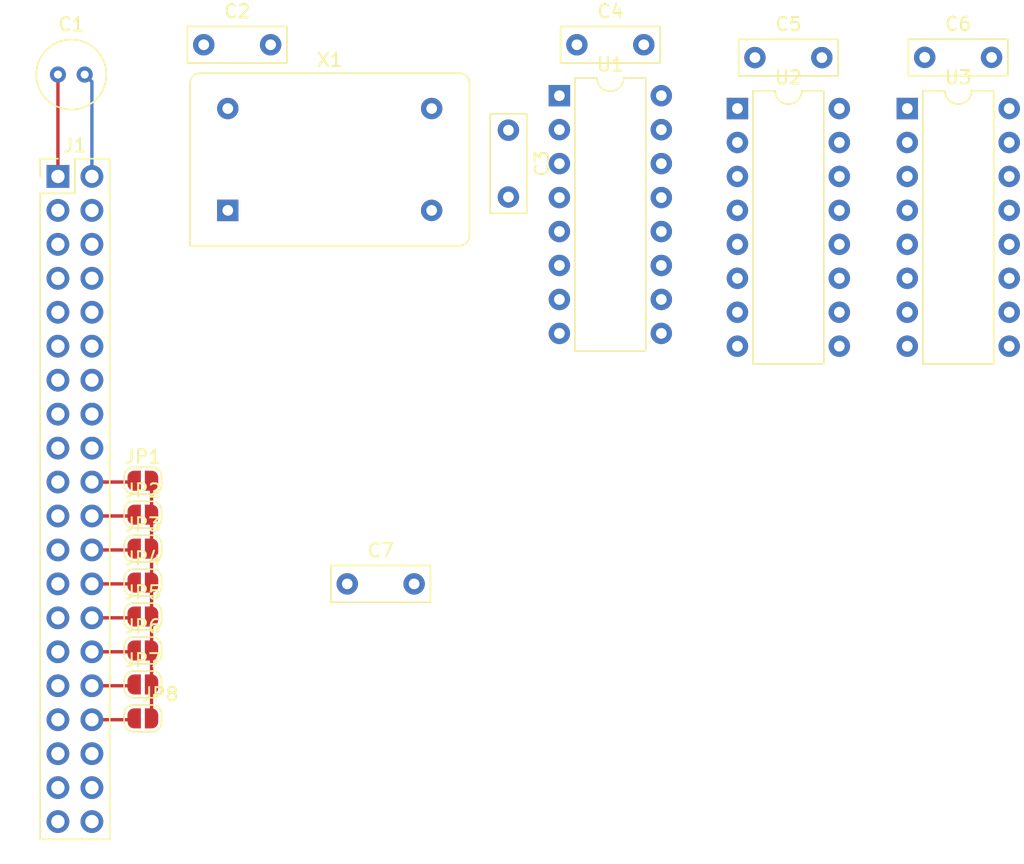
<source format=kicad_pcb>
(kicad_pcb (version 20221018) (generator pcbnew)
  (layers (0 "F.Cu" signal) (31 "B.Cu" signal) (34 "B.Paste" user) (35 "F.Paste" user) (36 "B.SilkS" user "B.Silkscreen") (37 "F.SilkS" user "F.Silkscreen") (38 "B.Mask" user) (39 "F.Mask" user) (44 "Edge.Cuts" user))
  (net 0 "")
  (net 1 "VCC")
  (net 2 "GND")
  (net 3 "/Expansion header/A0")
  (net 4 "/Expansion header/D0")
  (net 5 "/Expansion header/A1")
  (net 6 "/Expansion header/D1")
  (net 7 "/Expansion header/A2")
  (net 8 "/Expansion header/D2")
  (net 9 "/Expansion header/A3")
  (net 10 "/Expansion header/D3")
  (net 11 "/Expansion header/A4")
  (net 12 "/Expansion header/D4")
  (net 13 "/Expansion header/A5")
  (net 14 "/Expansion header/D5")
  (net 15 "/Expansion header/A6")
  (net 16 "/Expansion header/D6")
  (net 17 "/Expansion header/A7")
  (net 18 "/Expansion header/D7")
  (net 19 "/Expansion header/A8")
  (net 20 "Net-(J1-Pin_20)")
  (net 21 "/Expansion header/A9")
  (net 22 "Net-(J1-Pin_22)")
  (net 23 "/Expansion header/A10")
  (net 24 "Net-(J1-Pin_24)")
  (net 25 "/Expansion header/A11")
  (net 26 "Net-(J1-Pin_26)")
  (net 27 "/Expansion header/A12")
  (net 28 "Net-(J1-Pin_28)")
  (net 29 "/Expansion header/A13")
  (net 30 "Net-(J1-Pin_30)")
  (net 31 "/Expansion header/A14")
  (net 32 "Net-(J1-Pin_32)")
  (net 33 "/Expansion header/A15")
  (net 34 "Net-(J1-Pin_34)")
  (net 35 "/Expansion header/Clock")
  (net 36 "/Expansion header/~{RST}")
  (net 37 "/Expansion header/R~{W}")
  (net 38 "/Expansion header/~{NMI}")
  (net 39 "/Expansion header/~{DMA}")
  (net 40 "/Expansion header/~{IRQ}")
  (net 41 "/Expansion header/CS")
  (net 42 "Net-(U1-UP)")
  (net 49 "UartClock")
  (net 58 "Net-(U2-Q7)")
  (net 71 "TX")
  (footprint "Oscillator:Oscillator_DIP-14" (layer "F.Cu") (at 43.18 93.98)
    (fp_text reference "X1" (at 7.62 -11.26) (layer "F.SilkS"))
    (fp_text value "1.8xx")
    (fp_line (start -2.83 -9.51) (end -2.83 2.64) (stroke (width 0.12)) (layer "F.SilkS"))
    (fp_line (start -2.83 2.64) (end 17.32 2.64) (stroke (width 0.12)) (layer "F.SilkS"))
    (fp_line (start 17.32 -10.26) (end -2.08 -10.26) (stroke (width 0.12)) (layer "F.SilkS"))
    (fp_line (start 18.07 1.89) (end 18.07 -9.51) (stroke (width 0.12)) (layer "F.SilkS"))
    (fp_arc (start -2.83 -9.51) (mid -2.61033 -10.04033) (end -2.08 -10.26) (stroke (width 0.12)) (layer "F.SilkS"))
    (fp_arc (start 17.32 -10.26) (mid 17.85033 -10.04033) (end 18.07 -9.51) (stroke (width 0.12)) (layer "F.SilkS"))
    (fp_arc (start 18.07 1.89) (mid 17.85033 2.42033) (end 17.32 2.64) (stroke (width 0.12)) (layer "F.SilkS"))
    (pad "1" thru_hole rect (at 0 0) (size 1.6 1.6) (drill 0.8) (layers "*.Cu" "*.Mask"))
    (pad "7" thru_hole circle (at 15.24 0) (size 1.6 1.6) (drill 0.8) (layers "*.Cu" "*.Mask") (net 2 "GND"))
    (pad "8" thru_hole circle (at 15.24 -7.62) (size 1.6 1.6) (drill 0.8) (layers "*.Cu" "*.Mask") (net 42 "Net-(U1-UP)"))
    (pad "14" thru_hole circle (at 0 -7.62) (size 1.6 1.6) (drill 0.8) (layers "*.Cu" "*.Mask") (net 1 "VCC"))
  )
  (footprint "Capacitor_THT:C_Rect_L7.2mm_W2.5mm_P5.00mm_FKS2_FKP2_MKS2_MKP2" (layer "F.Cu") (at 41.38 81.59)
    (fp_text reference "C2" (at 2.5 -2.5) (layer "F.SilkS"))
    (fp_text value "22pf")
    (fp_line (start -1.22 -1.37) (end -1.22 1.37) (stroke (width 0.12)) (layer "F.SilkS"))
    (fp_line (start -1.22 -1.37) (end 6.22 -1.37) (stroke (width 0.12)) (layer "F.SilkS"))
    (fp_line (start -1.22 1.37) (end 6.22 1.37) (stroke (width 0.12)) (layer "F.SilkS"))
    (fp_line (start 6.22 -1.37) (end 6.22 1.37) (stroke (width 0.12)) (layer "F.SilkS"))
    (pad "1" thru_hole circle (at 0 0) (size 1.6 1.6) (drill 0.8) (layers "*.Cu" "*.Mask") (net 1 "VCC"))
    (pad "2" thru_hole circle (at 5 0) (size 1.6 1.6) (drill 0.8) (layers "*.Cu" "*.Mask") (net 42 "Net-(U1-UP)"))
  )
  (footprint "Package_DIP:DIP-16_W7.62mm" (layer "F.Cu") (at 81.28 86.36)
    (fp_text reference "U2" (at 3.81 -2.33) (layer "F.SilkS"))
    (fp_text value "74HCT165")
    (fp_line (start 1.16 -1.33) (end 1.16 19.11) (stroke (width 0.12)) (layer "F.SilkS"))
    (fp_line (start 1.16 19.11) (end 6.46 19.11) (stroke (width 0.12)) (layer "F.SilkS"))
    (fp_line (start 2.81 -1.33) (end 1.16 -1.33) (stroke (width 0.12)) (layer "F.SilkS"))
    (fp_line (start 6.46 -1.33) (end 4.81 -1.33) (stroke (width 0.12)) (layer "F.SilkS"))
    (fp_line (start 6.46 19.11) (end 6.46 -1.33) (stroke (width 0.12)) (layer "F.SilkS"))
    (fp_arc (start 4.81 -1.33) (mid 3.81 -0.33) (end 2.81 -1.33) (stroke (width 0.12)) (layer "F.SilkS"))
    (pad "1" thru_hole rect (at 0 0) (size 1.6 1.6) (drill 0.8) (layers "*.Cu" "*.Mask"))
    (pad "2" thru_hole oval (at 0 2.54) (size 1.6 1.6) (drill 0.8) (layers "*.Cu" "*.Mask"))
    (pad "3" thru_hole oval (at 0 5.08) (size 1.6 1.6) (drill 0.8) (layers "*.Cu" "*.Mask"))
    (pad "4" thru_hole oval (at 0 7.62) (size 1.6 1.6) (drill 0.8) (layers "*.Cu" "*.Mask"))
    (pad "5" thru_hole oval (at 0 10.16) (size 1.6 1.6) (drill 0.8) (layers "*.Cu" "*.Mask"))
    (pad "6" thru_hole oval (at 0 12.7) (size 1.6 1.6) (drill 0.8) (layers "*.Cu" "*.Mask"))
    (pad "7" thru_hole oval (at 0 15.24) (size 1.6 1.6) (drill 0.8) (layers "*.Cu" "*.Mask"))
    (pad "8" thru_hole oval (at 0 17.78) (size 1.6 1.6) (drill 0.8) (layers "*.Cu" "*.Mask") (net 2 "GND"))
    (pad "9" thru_hole oval (at 7.62 17.78) (size 1.6 1.6) (drill 0.8) (layers "*.Cu" "*.Mask") (net 58 "Net-(U2-Q7)"))
    (pad "10" thru_hole oval (at 7.62 15.24) (size 1.6 1.6) (drill 0.8) (layers "*.Cu" "*.Mask") (net 1 "VCC"))
    (pad "11" thru_hole oval (at 7.62 12.7) (size 1.6 1.6) (drill 0.8) (layers "*.Cu" "*.Mask"))
    (pad "12" thru_hole oval (at 7.62 10.16) (size 1.6 1.6) (drill 0.8) (layers "*.Cu" "*.Mask"))
    (pad "13" thru_hole oval (at 7.62 7.62) (size 1.6 1.6) (drill 0.8) (layers "*.Cu" "*.Mask"))
    (pad "14" thru_hole oval (at 7.62 5.08) (size 1.6 1.6) (drill 0.8) (layers "*.Cu" "*.Mask"))
    (pad "15" thru_hole oval (at 7.62 2.54) (size 1.6 1.6) (drill 0.8) (layers "*.Cu" "*.Mask"))
    (pad "16" thru_hole oval (at 7.62 0) (size 1.6 1.6) (drill 0.8) (layers "*.Cu" "*.Mask") (net 1 "VCC"))
  )
  (footprint "Capacitor_THT:C_Rect_L7.2mm_W2.5mm_P5.00mm_FKS2_FKP2_MKS2_MKP2" (layer "F.Cu") (at 52.11 121.92)
    (fp_text reference "C7" (at 2.5 -2.5) (layer "F.SilkS"))
    (fp_text value "0.1uf")
    (fp_line (start -1.22 -1.37) (end -1.22 1.37) (stroke (width 0.12)) (layer "F.SilkS"))
    (fp_line (start -1.22 -1.37) (end 6.22 -1.37) (stroke (width 0.12)) (layer "F.SilkS"))
    (fp_line (start -1.22 1.37) (end 6.22 1.37) (stroke (width 0.12)) (layer "F.SilkS"))
    (fp_line (start 6.22 -1.37) (end 6.22 1.37) (stroke (width 0.12)) (layer "F.SilkS"))
    (pad "1" thru_hole circle (at 0 0) (size 1.6 1.6) (drill 0.8) (layers "*.Cu" "*.Mask") (net 1 "VCC"))
    (pad "2" thru_hole circle (at 5 0) (size 1.6 1.6) (drill 0.8) (layers "*.Cu" "*.Mask") (net 2 "GND"))
  )
  (footprint "Jumper:SolderJumper-2_P1.3mm_Open_RoundedPad1.0x1.5mm" (layer "F.Cu") (at 36.83 114.2)
    (fp_text reference "JP1" (at 0 -1.8 -360) (layer "F.SilkS"))
    (fp_text value "SolderJumper_2_Open")
    (fp_line (start -1.4 0.3) (end -1.4 -0.3) (stroke (width 0.12)) (layer "F.SilkS"))
    (fp_line (start -0.7 -1) (end 0.7 -1) (stroke (width 0.12)) (layer "F.SilkS"))
    (fp_line (start 0.7 1) (end -0.7 1) (stroke (width 0.12)) (layer "F.SilkS"))
    (fp_line (start 1.4 -0.3) (end 1.4 0.3) (stroke (width 0.12)) (layer "F.SilkS"))
    (fp_arc (start -1.4 -0.3) (mid -1.194975 -0.794975) (end -0.7 -1) (stroke (width 0.12)) (layer "F.SilkS"))
    (fp_arc (start -0.7 1) (mid -1.194975 0.794975) (end -1.4 0.3) (stroke (width 0.12)) (layer "F.SilkS"))
    (fp_arc (start 0.7 -1) (mid 1.194975 -0.794975) (end 1.4 -0.3) (stroke (width 0.12)) (layer "F.SilkS"))
    (fp_arc (start 1.4 0.3) (mid 1.194975 0.794975) (end 0.7 1) (stroke (width 0.12)) (layer "F.SilkS"))
    (pad "1" smd custom (at -0.65 0) (size 1 0.5) (layers "F.Cu" "F.Mask") (net 20 "Net-(J1-Pin_20)") (options (clearance outline) (anchor rect)) (primitives (gr_circle (center 0 0.25) (end 0.5 0.25) (width 0) (fill yes)) (gr_circle (center 0 -0.25) (end 0.5 -0.25) (width 0) (fill yes)) (gr_poly (pts (xy 0.5 0.75) (xy 0 0.75) (xy 0 -0.75) (xy 0.5 -0.75)) (width 0) (fill yes))))
    (pad "2" smd custom (at 0.65 0) (size 1 0.5) (layers "F.Cu" "F.Mask") (net 41 "/Expansion header/CS") (options (clearance outline) (anchor rect)) (primitives (gr_circle (center 0 0.25) (end 0.5 0.25) (width 0) (fill yes)) (gr_circle (center 0 -0.25) (end 0.5 -0.25) (width 0) (fill yes)) (gr_poly (pts (xy 0 0.75) (xy -0.5 0.75) (xy -0.5 -0.75) (xy 0 -0.75)) (width 0) (fill yes))))
  )
  (footprint "Jumper:SolderJumper-2_P1.3mm_Open_RoundedPad1.0x1.5mm" (layer "F.Cu") (at 36.83 124.36)
    (fp_text reference "JP5" (at 0 -1.8 -360) (layer "F.SilkS"))
    (fp_text value "SolderJumper_2_Open")
    (fp_line (start -1.4 0.3) (end -1.4 -0.3) (stroke (width 0.12)) (layer "F.SilkS"))
    (fp_line (start -0.7 -1) (end 0.7 -1) (stroke (width 0.12)) (layer "F.SilkS"))
    (fp_line (start 0.7 1) (end -0.7 1) (stroke (width 0.12)) (layer "F.SilkS"))
    (fp_line (start 1.4 -0.3) (end 1.4 0.3) (stroke (width 0.12)) (layer "F.SilkS"))
    (fp_arc (start -1.4 -0.3) (mid -1.194975 -0.794975) (end -0.7 -1) (stroke (width 0.12)) (layer "F.SilkS"))
    (fp_arc (start -0.7 1) (mid -1.194975 0.794975) (end -1.4 0.3) (stroke (width 0.12)) (layer "F.SilkS"))
    (fp_arc (start 0.7 -1) (mid 1.194975 -0.794975) (end 1.4 -0.3) (stroke (width 0.12)) (layer "F.SilkS"))
    (fp_arc (start 1.4 0.3) (mid 1.194975 0.794975) (end 0.7 1) (stroke (width 0.12)) (layer "F.SilkS"))
    (pad "1" smd custom (at -0.65 0) (size 1 0.5) (layers "F.Cu" "F.Mask") (net 28 "Net-(J1-Pin_28)") (options (clearance outline) (anchor rect)) (primitives (gr_circle (center 0 0.25) (end 0.5 0.25) (width 0) (fill yes)) (gr_circle (center 0 -0.25) (end 0.5 -0.25) (width 0) (fill yes)) (gr_poly (pts (xy 0.5 0.75) (xy 0 0.75) (xy 0 -0.75) (xy 0.5 -0.75)) (width 0) (fill yes))))
    (pad "2" smd custom (at 0.65 0) (size 1 0.5) (layers "F.Cu" "F.Mask") (net 41 "/Expansion header/CS") (options (clearance outline) (anchor rect)) (primitives (gr_circle (center 0 0.25) (end 0.5 0.25) (width 0) (fill yes)) (gr_circle (center 0 -0.25) (end 0.5 -0.25) (width 0) (fill yes)) (gr_poly (pts (xy 0 0.75) (xy -0.5 0.75) (xy -0.5 -0.75) (xy 0 -0.75)) (width 0) (fill yes))))
  )
  (footprint "Jumper:SolderJumper-2_P1.3mm_Open_RoundedPad1.0x1.5mm" (layer "F.Cu") (at 36.83 116.74)
    (fp_text reference "JP2" (at 0 -1.8 -360) (layer "F.SilkS"))
    (fp_text value "SolderJumper_2_Open")
    (fp_line (start -1.4 0.3) (end -1.4 -0.3) (stroke (width 0.12)) (layer "F.SilkS"))
    (fp_line (start -0.7 -1) (end 0.7 -1) (stroke (width 0.12)) (layer "F.SilkS"))
    (fp_line (start 0.7 1) (end -0.7 1) (stroke (width 0.12)) (layer "F.SilkS"))
    (fp_line (start 1.4 -0.3) (end 1.4 0.3) (stroke (width 0.12)) (layer "F.SilkS"))
    (fp_arc (start -1.4 -0.3) (mid -1.194975 -0.794975) (end -0.7 -1) (stroke (width 0.12)) (layer "F.SilkS"))
    (fp_arc (start -0.7 1) (mid -1.194975 0.794975) (end -1.4 0.3) (stroke (width 0.12)) (layer "F.SilkS"))
    (fp_arc (start 0.7 -1) (mid 1.194975 -0.794975) (end 1.4 -0.3) (stroke (width 0.12)) (layer "F.SilkS"))
    (fp_arc (start 1.4 0.3) (mid 1.194975 0.794975) (end 0.7 1) (stroke (width 0.12)) (layer "F.SilkS"))
    (pad "1" smd custom (at -0.65 0) (size 1 0.5) (layers "F.Cu" "F.Mask") (net 22 "Net-(J1-Pin_22)") (options (clearance outline) (anchor rect)) (primitives (gr_circle (center 0 0.25) (end 0.5 0.25) (width 0) (fill yes)) (gr_circle (center 0 -0.25) (end 0.5 -0.25) (width 0) (fill yes)) (gr_poly (pts (xy 0.5 0.75) (xy 0 0.75) (xy 0 -0.75) (xy 0.5 -0.75)) (width 0) (fill yes))))
    (pad "2" smd custom (at 0.65 0) (size 1 0.5) (layers "F.Cu" "F.Mask") (net 41 "/Expansion header/CS") (options (clearance outline) (anchor rect)) (primitives (gr_circle (center 0 0.25) (end 0.5 0.25) (width 0) (fill yes)) (gr_circle (center 0 -0.25) (end 0.5 -0.25) (width 0) (fill yes)) (gr_poly (pts (xy 0 0.75) (xy -0.5 0.75) (xy -0.5 -0.75) (xy 0 -0.75)) (width 0) (fill yes))))
  )
  (footprint "Capacitor_THT:C_Rect_L7.2mm_W2.5mm_P5.00mm_FKS2_FKP2_MKS2_MKP2" (layer "F.Cu") (at 82.59 82.55)
    (fp_text reference "C5" (at 2.5 -2.5) (layer "F.SilkS"))
    (fp_text value "0.1uf")
    (fp_line (start -1.22 -1.37) (end -1.22 1.37) (stroke (width 0.12)) (layer "F.SilkS"))
    (fp_line (start -1.22 -1.37) (end 6.22 -1.37) (stroke (width 0.12)) (layer "F.SilkS"))
    (fp_line (start -1.22 1.37) (end 6.22 1.37) (stroke (width 0.12)) (layer "F.SilkS"))
    (fp_line (start 6.22 -1.37) (end 6.22 1.37) (stroke (width 0.12)) (layer "F.SilkS"))
    (pad "1" thru_hole circle (at 0 0) (size 1.6 1.6) (drill 0.8) (layers "*.Cu" "*.Mask") (net 1 "VCC"))
    (pad "2" thru_hole circle (at 5 0) (size 1.6 1.6) (drill 0.8) (layers "*.Cu" "*.Mask") (net 2 "GND"))
  )
  (footprint "Capacitor_THT:C_Radial_D5.0mm_H7.0mm_P2.00mm" (layer "F.Cu") (at 30.48 83.82)
    (fp_text reference "C1" (at 1 -3.75) (layer "F.SilkS"))
    (fp_text value "100nf")
    (fp_circle (center 1 0) (end 3.62 0) (stroke (width 0.12)) (fill none) (layer "F.SilkS"))
    (pad "1" thru_hole circle (at 0 0) (size 1.2 1.2) (drill 0.6) (layers "*.Cu" "*.Mask") (net 1 "VCC"))
    (pad "2" thru_hole circle (at 2 0) (size 1.2 1.2) (drill 0.6) (layers "*.Cu" "*.Mask") (net 2 "GND"))
  )
  (footprint "Jumper:SolderJumper-2_P1.3mm_Open_RoundedPad1.0x1.5mm" (layer "F.Cu") (at 36.83 119.28)
    (fp_text reference "JP3" (at 0 -1.8 -360) (layer "F.SilkS"))
    (fp_text value "SolderJumper_2_Open")
    (fp_line (start -1.4 0.3) (end -1.4 -0.3) (stroke (width 0.12)) (layer "F.SilkS"))
    (fp_line (start -0.7 -1) (end 0.7 -1) (stroke (width 0.12)) (layer "F.SilkS"))
    (fp_line (start 0.7 1) (end -0.7 1) (stroke (width 0.12)) (layer "F.SilkS"))
    (fp_line (start 1.4 -0.3) (end 1.4 0.3) (stroke (width 0.12)) (layer "F.SilkS"))
    (fp_arc (start -1.4 -0.3) (mid -1.194975 -0.794975) (end -0.7 -1) (stroke (width 0.12)) (layer "F.SilkS"))
    (fp_arc (start -0.7 1) (mid -1.194975 0.794975) (end -1.4 0.3) (stroke (width 0.12)) (layer "F.SilkS"))
    (fp_arc (start 0.7 -1) (mid 1.194975 -0.794975) (end 1.4 -0.3) (stroke (width 0.12)) (layer "F.SilkS"))
    (fp_arc (start 1.4 0.3) (mid 1.194975 0.794975) (end 0.7 1) (stroke (width 0.12)) (layer "F.SilkS"))
    (pad "1" smd custom (at -0.65 0) (size 1 0.5) (layers "F.Cu" "F.Mask") (net 24 "Net-(J1-Pin_24)") (options (clearance outline) (anchor rect)) (primitives (gr_circle (center 0 0.25) (end 0.5 0.25) (width 0) (fill yes)) (gr_circle (center 0 -0.25) (end 0.5 -0.25) (width 0) (fill yes)) (gr_poly (pts (xy 0.5 0.75) (xy 0 0.75) (xy 0 -0.75) (xy 0.5 -0.75)) (width 0) (fill yes))))
    (pad "2" smd custom (at 0.65 0) (size 1 0.5) (layers "F.Cu" "F.Mask") (net 41 "/Expansion header/CS") (options (clearance outline) (anchor rect)) (primitives (gr_circle (center 0 0.25) (end 0.5 0.25) (width 0) (fill yes)) (gr_circle (center 0 -0.25) (end 0.5 -0.25) (width 0) (fill yes)) (gr_poly (pts (xy 0 0.75) (xy -0.5 0.75) (xy -0.5 -0.75) (xy 0 -0.75)) (width 0) (fill yes))))
  )
  (footprint "Capacitor_THT:C_Rect_L7.2mm_W2.5mm_P5.00mm_FKS2_FKP2_MKS2_MKP2" (layer "F.Cu") (at 69.28 81.59)
    (fp_text reference "C4" (at 2.5 -2.5) (layer "F.SilkS"))
    (fp_text value "0.1uf")
    (fp_line (start -1.22 -1.37) (end -1.22 1.37) (stroke (width 0.12)) (layer "F.SilkS"))
    (fp_line (start -1.22 -1.37) (end 6.22 -1.37) (stroke (width 0.12)) (layer "F.SilkS"))
    (fp_line (start -1.22 1.37) (end 6.22 1.37) (stroke (width 0.12)) (layer "F.SilkS"))
    (fp_line (start 6.22 -1.37) (end 6.22 1.37) (stroke (width 0.12)) (layer "F.SilkS"))
    (pad "1" thru_hole circle (at 0 0) (size 1.6 1.6) (drill 0.8) (layers "*.Cu" "*.Mask") (net 1 "VCC"))
    (pad "2" thru_hole circle (at 5 0) (size 1.6 1.6) (drill 0.8) (layers "*.Cu" "*.Mask") (net 2 "GND"))
  )
  (footprint "Capacitor_THT:C_Rect_L7.2mm_W2.5mm_P5.00mm_FKS2_FKP2_MKS2_MKP2" (layer "F.Cu") (at 95.28 82.535)
    (fp_text reference "C6" (at 2.5 -2.5) (layer "F.SilkS"))
    (fp_text value "0.1uf")
    (fp_line (start -1.22 -1.37) (end -1.22 1.37) (stroke (width 0.12)) (layer "F.SilkS"))
    (fp_line (start -1.22 -1.37) (end 6.22 -1.37) (stroke (width 0.12)) (layer "F.SilkS"))
    (fp_line (start -1.22 1.37) (end 6.22 1.37) (stroke (width 0.12)) (layer "F.SilkS"))
    (fp_line (start 6.22 -1.37) (end 6.22 1.37) (stroke (width 0.12)) (layer "F.SilkS"))
    (pad "1" thru_hole circle (at 0 0) (size 1.6 1.6) (drill 0.8) (layers "*.Cu" "*.Mask") (net 1 "VCC"))
    (pad "2" thru_hole circle (at 5 0) (size 1.6 1.6) (drill 0.8) (layers "*.Cu" "*.Mask") (net 2 "GND"))
  )
  (footprint "Capacitor_THT:C_Rect_L7.2mm_W2.5mm_P5.00mm_FKS2_FKP2_MKS2_MKP2" (layer "F.Cu") (at 64.16 87.98 -90)
    (fp_text reference "C3" (at 2.5 -2.5 90) (layer "F.SilkS"))
    (fp_text value "22pf")
    (fp_line (start -1.22 -1.37) (end -1.22 1.37) (stroke (width 0.12)) (layer "F.SilkS"))
    (fp_line (start -1.22 -1.37) (end 6.22 -1.37) (stroke (width 0.12)) (layer "F.SilkS"))
    (fp_line (start -1.22 1.37) (end 6.22 1.37) (stroke (width 0.12)) (layer "F.SilkS"))
    (fp_line (start 6.22 -1.37) (end 6.22 1.37) (stroke (width 0.12)) (layer "F.SilkS"))
    (pad "1" thru_hole circle (at 0 0 270) (size 1.6 1.6) (drill 0.8) (layers "*.Cu" "*.Mask") (net 42 "Net-(U1-UP)"))
    (pad "2" thru_hole circle (at 5 0 270) (size 1.6 1.6) (drill 0.8) (layers "*.Cu" "*.Mask") (net 2 "GND"))
  )
  (footprint "Jumper:SolderJumper-2_P1.3mm_Open_RoundedPad1.0x1.5mm" (layer "F.Cu") (at 36.83 129.44)
    (fp_text reference "JP7" (at 0 -1.8 -360) (layer "F.SilkS"))
    (fp_text value "SolderJumper_2_Open")
    (fp_line (start -1.4 0.3) (end -1.4 -0.3) (stroke (width 0.12)) (layer "F.SilkS"))
    (fp_line (start -0.7 -1) (end 0.7 -1) (stroke (width 0.12)) (layer "F.SilkS"))
    (fp_line (start 0.7 1) (end -0.7 1) (stroke (width 0.12)) (layer "F.SilkS"))
    (fp_line (start 1.4 -0.3) (end 1.4 0.3) (stroke (width 0.12)) (layer "F.SilkS"))
    (fp_arc (start -1.4 -0.3) (mid -1.194975 -0.794975) (end -0.7 -1) (stroke (width 0.12)) (layer "F.SilkS"))
    (fp_arc (start -0.7 1) (mid -1.194975 0.794975) (end -1.4 0.3) (stroke (width 0.12)) (layer "F.SilkS"))
    (fp_arc (start 0.7 -1) (mid 1.194975 -0.794975) (end 1.4 -0.3) (stroke (width 0.12)) (layer "F.SilkS"))
    (fp_arc (start 1.4 0.3) (mid 1.194975 0.794975) (end 0.7 1) (stroke (width 0.12)) (layer "F.SilkS"))
    (pad "1" smd custom (at -0.65 0) (size 1 0.5) (layers "F.Cu" "F.Mask") (net 32 "Net-(J1-Pin_32)") (options (clearance outline) (anchor rect)) (primitives (gr_circle (center 0 0.25) (end 0.5 0.25) (width 0) (fill yes)) (gr_circle (center 0 -0.25) (end 0.5 -0.25) (width 0) (fill yes)) (gr_poly (pts (xy 0.5 0.75) (xy 0 0.75) (xy 0 -0.75) (xy 0.5 -0.75)) (width 0) (fill yes))))
    (pad "2" smd custom (at 0.65 0) (size 1 0.5) (layers "F.Cu" "F.Mask") (net 41 "/Expansion header/CS") (options (clearance outline) (anchor rect)) (primitives (gr_circle (center 0 0.25) (end 0.5 0.25) (width 0) (fill yes)) (gr_circle (center 0 -0.25) (end 0.5 -0.25) (width 0) (fill yes)) (gr_poly (pts (xy 0 0.75) (xy -0.5 0.75) (xy -0.5 -0.75) (xy 0 -0.75)) (width 0) (fill yes))))
  )
  (footprint "Connector_PinHeader_2.54mm:PinHeader_2x20_P2.54mm_Vertical" (layer "F.Cu") (at 30.48 91.44)
    (fp_text reference "J1" (at 1.27 -2.33) (layer "F.SilkS"))
    (fp_text value "Bus expansion")
    (fp_line (start -1.33 -1.33) (end 0 -1.33) (stroke (width 0.12)) (layer "F.SilkS"))
    (fp_line (start -1.33 0) (end -1.33 -1.33) (stroke (width 0.12)) (layer "F.SilkS"))
    (fp_line (start -1.33 1.27) (end -1.33 49.59) (stroke (width 0.12)) (layer "F.SilkS"))
    (fp_line (start -1.33 1.27) (end 1.27 1.27) (stroke (width 0.12)) (layer "F.SilkS"))
    (fp_line (start -1.33 49.59) (end 3.87 49.59) (stroke (width 0.12)) (layer "F.SilkS"))
    (fp_line (start 1.27 -1.33) (end 3.87 -1.33) (stroke (width 0.12)) (layer "F.SilkS"))
    (fp_line (start 1.27 1.27) (end 1.27 -1.33) (stroke (width 0.12)) (layer "F.SilkS"))
    (fp_line (start 3.87 -1.33) (end 3.87 49.59) (stroke (width 0.12)) (layer "F.SilkS"))
    (pad "1" thru_hole rect (at 0 0) (size 1.7 1.7) (drill 1) (layers "*.Cu" "*.Mask") (net 1 "VCC"))
    (pad "2" thru_hole oval (at 2.54 0) (size 1.7 1.7) (drill 1) (layers "*.Cu" "*.Mask") (net 2 "GND"))
    (pad "3" thru_hole oval (at 0 2.54) (size 1.7 1.7) (drill 1) (layers "*.Cu" "*.Mask") (net 3 "/Expansion header/A0"))
    (pad "4" thru_hole oval (at 2.54 2.54) (size 1.7 1.7) (drill 1) (layers "*.Cu" "*.Mask") (net 4 "/Expansion header/D0"))
    (pad "5" thru_hole oval (at 0 5.08) (size 1.7 1.7) (drill 1) (layers "*.Cu" "*.Mask") (net 5 "/Expansion header/A1"))
    (pad "6" thru_hole oval (at 2.54 5.08) (size 1.7 1.7) (drill 1) (layers "*.Cu" "*.Mask") (net 6 "/Expansion header/D1"))
    (pad "7" thru_hole oval (at 0 7.62) (size 1.7 1.7) (drill 1) (layers "*.Cu" "*.Mask") (net 7 "/Expansion header/A2"))
    (pad "8" thru_hole oval (at 2.54 7.62) (size 1.7 1.7) (drill 1) (layers "*.Cu" "*.Mask") (net 8 "/Expansion header/D2"))
    (pad "9" thru_hole oval (at 0 10.16) (size 1.7 1.7) (drill 1) (layers "*.Cu" "*.Mask") (net 9 "/Expansion header/A3"))
    (pad "10" thru_hole oval (at 2.54 10.16) (size 1.7 1.7) (drill 1) (layers "*.Cu" "*.Mask") (net 10 "/Expansion header/D3"))
    (pad "11" thru_hole oval (at 0 12.7) (size 1.7 1.7) (drill 1) (layers "*.Cu" "*.Mask") (net 11 "/Expansion header/A4"))
    (pad "12" thru_hole oval (at 2.54 12.7) (size 1.7 1.7) (drill 1) (layers "*.Cu" "*.Mask") (net 12 "/Expansion header/D4"))
    (pad "13" thru_hole oval (at 0 15.24) (size 1.7 1.7) (drill 1) (layers "*.Cu" "*.Mask") (net 13 "/Expansion header/A5"))
    (pad "14" thru_hole oval (at 2.54 15.24) (size 1.7 1.7) (drill 1) (layers "*.Cu" "*.Mask") (net 14 "/Expansion header/D5"))
    (pad "15" thru_hole oval (at 0 17.78) (size 1.7 1.7) (drill 1) (layers "*.Cu" "*.Mask") (net 15 "/Expansion header/A6"))
    (pad "16" thru_hole oval (at 2.54 17.78) (size 1.7 1.7) (drill 1) (layers "*.Cu" "*.Mask") (net 16 "/Expansion header/D6"))
    (pad "17" thru_hole oval (at 0 20.32) (size 1.7 1.7) (drill 1) (layers "*.Cu" "*.Mask") (net 17 "/Expansion header/A7"))
    (pad "18" thru_hole oval (at 2.54 20.32) (size 1.7 1.7) (drill 1) (layers "*.Cu" "*.Mask") (net 18 "/Expansion header/D7"))
    (pad "19" thru_hole oval (at 0 22.86) (size 1.7 1.7) (drill 1) (layers "*.Cu" "*.Mask") (net 19 "/Expansion header/A8"))
    (pad "20" thru_hole oval (at 2.54 22.86) (size 1.7 1.7) (drill 1) (layers "*.Cu" "*.Mask") (net 20 "Net-(J1-Pin_20)"))
    (pad "21" thru_hole oval (at 0 25.4) (size 1.7 1.7) (drill 1) (layers "*.Cu" "*.Mask") (net 21 "/Expansion header/A9"))
    (pad "22" thru_hole oval (at 2.54 25.4) (size 1.7 1.7) (drill 1) (layers "*.Cu" "*.Mask") (net 22 "Net-(J1-Pin_22)"))
    (pad "23" thru_hole oval (at 0 27.94) (size 1.7 1.7) (drill 1) (layers "*.Cu" "*.Mask") (net 23 "/Expansion header/A10"))
    (pad "24" thru_hole oval (at 2.54 27.94) (size 1.7 1.7) (drill 1) (layers "*.Cu" "*.Mask") (net 24 "Net-(J1-Pin_24)"))
    (pad "25" thru_hole oval (at 0 30.48) (size 1.7 1.7) (drill 1) (layers "*.Cu" "*.Mask") (net 25 "/Expansion header/A11"))
    (pad "26" thru_hole oval (at 2.54 30.48) (size 1.7 1.7) (drill 1) (layers "*.Cu" "*.Mask") (net 26 "Net-(J1-Pin_26)"))
    (pad "27" thru_hole oval (at 0 33.02) (size 1.7 1.7) (drill 1) (layers "*.Cu" "*.Mask") (net 27 "/Expansion header/A12"))
    (pad "28" thru_hole oval (at 2.54 33.02) (size 1.7 1.7) (drill 1) (layers "*.Cu" "*.Mask") (net 28 "Net-(J1-Pin_28)"))
    (pad "29" thru_hole oval (at 0 35.56) (size 1.7 1.7) (drill 1) (layers "*.Cu" "*.Mask") (net 29 "/Expansion header/A13"))
    (pad "30" thru_hole oval (at 2.54 35.56) (size 1.7 1.7) (drill 1) (layers "*.Cu" "*.Mask") (net 30 "Net-(J1-Pin_30)"))
    (pad "31" thru_hole oval (at 0 38.1) (size 1.7 1.7) (drill 1) (layers "*.Cu" "*.Mask") (net 31 "/Expansion header/A14"))
    (pad "32" thru_hole oval (at 2.54 38.1) (size 1.7 1.7) (drill 1) (layers "*.Cu" "*.Mask") (net 32 "Net-(J1-Pin_32)"))
    (pad "33" thru_hole oval (at 0 40.64) (size 1.7 1.7) (drill 1) (layers "*.Cu" "*.Mask") (net 33 "/Expansion header/A15"))
    (pad "34" thru_hole oval (at 2.54 40.64) (size 1.7 1.7) (drill 1) (layers "*.Cu" "*.Mask") (net 34 "Net-(J1-Pin_34)"))
    (pad "35" thru_hole oval (at 0 43.18) (size 1.7 1.7) (drill 1) (layers "*.Cu" "*.Mask") (net 35 "/Expansion header/Clock"))
    (pad "36" thru_hole oval (at 2.54 43.18) (size 1.7 1.7) (drill 1) (layers "*.Cu" "*.Mask") (net 36 "/Expansion header/~{RST}"))
    (pad "37" thru_hole oval (at 0 45.72) (size 1.7 1.7) (drill 1) (layers "*.Cu" "*.Mask") (net 37 "/Expansion header/R~{W}"))
    (pad "38" thru_hole oval (at 2.54 45.72) (size 1.7 1.7) (drill 1) (layers "*.Cu" "*.Mask") (net 38 "/Expansion header/~{NMI}"))
    (pad "39" thru_hole oval (at 0 48.26) (size 1.7 1.7) (drill 1) (layers "*.Cu" "*.Mask") (net 39 "/Expansion header/~{DMA}"))
    (pad "40" thru_hole oval (at 2.54 48.26) (size 1.7 1.7) (drill 1) (layers "*.Cu" "*.Mask") (net 40 "/Expansion header/~{IRQ}"))
  )
  (footprint "Jumper:SolderJumper-2_P1.3mm_Open_RoundedPad1.0x1.5mm" (layer "F.Cu") (at 36.83 126.9)
    (fp_text reference "JP6" (at 0 -1.8 -360) (layer "F.SilkS"))
    (fp_text value "SolderJumper_2_Open")
    (fp_line (start -1.4 0.3) (end -1.4 -0.3) (stroke (width 0.12)) (layer "F.SilkS"))
    (fp_line (start -0.7 -1) (end 0.7 -1) (stroke (width 0.12)) (layer "F.SilkS"))
    (fp_line (start 0.7 1) (end -0.7 1) (stroke (width 0.12)) (layer "F.SilkS"))
    (fp_line (start 1.4 -0.3) (end 1.4 0.3) (stroke (width 0.12)) (layer "F.SilkS"))
    (fp_arc (start -1.4 -0.3) (mid -1.194975 -0.794975) (end -0.7 -1) (stroke (width 0.12)) (layer "F.SilkS"))
    (fp_arc (start -0.7 1) (mid -1.194975 0.794975) (end -1.4 0.3) (stroke (width 0.12)) (layer "F.SilkS"))
    (fp_arc (start 0.7 -1) (mid 1.194975 -0.794975) (end 1.4 -0.3) (stroke (width 0.12)) (layer "F.SilkS"))
    (fp_arc (start 1.4 0.3) (mid 1.194975 0.794975) (end 0.7 1) (stroke (width 0.12)) (layer "F.SilkS"))
    (pad "1" smd custom (at -0.65 0) (size 1 0.5) (layers "F.Cu" "F.Mask") (net 30 "Net-(J1-Pin_30)") (options (clearance outline) (anchor rect)) (primitives (gr_circle (center 0 0.25) (end 0.5 0.25) (width 0) (fill yes)) (gr_circle (center 0 -0.25) (end 0.5 -0.25) (width 0) (fill yes)) (gr_poly (pts (xy 0.5 0.75) (xy 0 0.75) (xy 0 -0.75) (xy 0.5 -0.75)) (width 0) (fill yes))))
    (pad "2" smd custom (at 0.65 0) (size 1 0.5) (layers "F.Cu" "F.Mask") (net 41 "/Expansion header/CS") (options (clearance outline) (anchor rect)) (primitives (gr_circle (center 0 0.25) (end 0.5 0.25) (width 0) (fill yes)) (gr_circle (center 0 -0.25) (end 0.5 -0.25) (width 0) (fill yes)) (gr_poly (pts (xy 0 0.75) (xy -0.5 0.75) (xy -0.5 -0.75) (xy 0 -0.75)) (width 0) (fill yes))))
  )
  (footprint "Package_DIP:DIP-16_W7.62mm" (layer "F.Cu") (at 93.98 86.36)
    (fp_text reference "U3" (at 3.81 -2.33) (layer "F.SilkS"))
    (fp_text value "74HCT165")
    (fp_line (start 1.16 -1.33) (end 1.16 19.11) (stroke (width 0.12)) (layer "F.SilkS"))
    (fp_line (start 1.16 19.11) (end 6.46 19.11) (stroke (width 0.12)) (layer "F.SilkS"))
    (fp_line (start 2.81 -1.33) (end 1.16 -1.33) (stroke (width 0.12)) (layer "F.SilkS"))
    (fp_line (start 6.46 -1.33) (end 4.81 -1.33) (stroke (width 0.12)) (layer "F.SilkS"))
    (fp_line (start 6.46 19.11) (end 6.46 -1.33) (stroke (width 0.12)) (layer "F.SilkS"))
    (fp_arc (start 4.81 -1.33) (mid 3.81 -0.33) (end 2.81 -1.33) (stroke (width 0.12)) (layer "F.SilkS"))
    (pad "1" thru_hole rect (at 0 0) (size 1.6 1.6) (drill 0.8) (layers "*.Cu" "*.Mask"))
    (pad "2" thru_hole oval (at 0 2.54) (size 1.6 1.6) (drill 0.8) (layers "*.Cu" "*.Mask"))
    (pad "3" thru_hole oval (at 0 5.08) (size 1.6 1.6) (drill 0.8) (layers "*.Cu" "*.Mask"))
    (pad "4" thru_hole oval (at 0 7.62) (size 1.6 1.6) (drill 0.8) (layers "*.Cu" "*.Mask"))
    (pad "5" thru_hole oval (at 0 10.16) (size 1.6 1.6) (drill 0.8) (layers "*.Cu" "*.Mask"))
    (pad "6" thru_hole oval (at 0 12.7) (size 1.6 1.6) (drill 0.8) (layers "*.Cu" "*.Mask"))
    (pad "7" thru_hole oval (at 0 15.24) (size 1.6 1.6) (drill 0.8) (layers "*.Cu" "*.Mask"))
    (pad "8" thru_hole oval (at 0 17.78) (size 1.6 1.6) (drill 0.8) (layers "*.Cu" "*.Mask") (net 2 "GND"))
    (pad "9" thru_hole oval (at 7.62 17.78) (size 1.6 1.6) (drill 0.8) (layers "*.Cu" "*.Mask") (net 71 "TX"))
    (pad "10" thru_hole oval (at 7.62 15.24) (size 1.6 1.6) (drill 0.8) (layers "*.Cu" "*.Mask") (net 58 "Net-(U2-Q7)"))
    (pad "11" thru_hole oval (at 7.62 12.7) (size 1.6 1.6) (drill 0.8) (layers "*.Cu" "*.Mask"))
    (pad "12" thru_hole oval (at 7.62 10.16) (size 1.6 1.6) (drill 0.8) (layers "*.Cu" "*.Mask"))
    (pad "13" thru_hole oval (at 7.62 7.62) (size 1.6 1.6) (drill 0.8) (layers "*.Cu" "*.Mask"))
    (pad "14" thru_hole oval (at 7.62 5.08) (size 1.6 1.6) (drill 0.8) (layers "*.Cu" "*.Mask"))
    (pad "15" thru_hole oval (at 7.62 2.54) (size 1.6 1.6) (drill 0.8) (layers "*.Cu" "*.Mask"))
    (pad "16" thru_hole oval (at 7.62 0) (size 1.6 1.6) (drill 0.8) (layers "*.Cu" "*.Mask") (net 1 "VCC"))
  )
  (footprint "Jumper:SolderJumper-2_P1.3mm_Open_RoundedPad1.0x1.5mm" (layer "F.Cu") (at 36.83 131.98)
    (fp_text reference "JP8" (at 1.3 -1.8 -360) (layer "F.SilkS"))
    (fp_text value "SolderJumper_2_Open")
    (fp_line (start -1.4 0.3) (end -1.4 -0.3) (stroke (width 0.12)) (layer "F.SilkS"))
    (fp_line (start -0.7 -1) (end 0.7 -1) (stroke (width 0.12)) (layer "F.SilkS"))
    (fp_line (start 0.7 1) (end -0.7 1) (stroke (width 0.12)) (layer "F.SilkS"))
    (fp_line (start 1.4 -0.3) (end 1.4 0.3) (stroke (width 0.12)) (layer "F.SilkS"))
    (fp_arc (start -1.4 -0.3) (mid -1.194975 -0.794975) (end -0.7 -1) (stroke (width 0.12)) (layer "F.SilkS"))
    (fp_arc (start -0.7 1) (mid -1.194975 0.794975) (end -1.4 0.3) (stroke (width 0.12)) (layer "F.SilkS"))
    (fp_arc (start 0.7 -1) (mid 1.194975 -0.794975) (end 1.4 -0.3) (stroke (width 0.12)) (layer "F.SilkS"))
    (fp_arc (start 1.4 0.3) (mid 1.194975 0.794975) (end 0.7 1) (stroke (width 0.12)) (layer "F.SilkS"))
    (pad "1" smd custom (at -0.65 0) (size 1 0.5) (layers "F.Cu" "F.Mask") (net 34 "Net-(J1-Pin_34)") (options (clearance outline) (anchor rect)) (primitives (gr_circle (center 0 0.25) (end 0.5 0.25) (width 0) (fill yes)) (gr_circle (center 0 -0.25) (end 0.5 -0.25) (width 0) (fill yes)) (gr_poly (pts (xy 0.5 0.75) (xy 0 0.75) (xy 0 -0.75) (xy 0.5 -0.75)) (width 0) (fill yes))))
    (pad "2" smd custom (at 0.65 0) (size 1 0.5) (layers "F.Cu" "F.Mask") (net 41 "/Expansion header/CS") (options (clearance outline) (anchor rect)) (primitives (gr_circle (center 0 0.25) (end 0.5 0.25) (width 0) (fill yes)) (gr_circle (center 0 -0.25) (end 0.5 -0.25) (width 0) (fill yes)) (gr_poly (pts (xy 0 0.75) (xy -0.5 0.75) (xy -0.5 -0.75) (xy 0 -0.75)) (width 0) (fill yes))))
  )
  (footprint "Jumper:SolderJumper-2_P1.3mm_Open_RoundedPad1.0x1.5mm" (layer "F.Cu") (at 36.83 121.82)
    (fp_text reference "JP4" (at 0 -1.8 -360) (layer "F.SilkS"))
    (fp_text value "SolderJumper_2_Open")
    (fp_line (start -1.4 0.3) (end -1.4 -0.3) (stroke (width 0.12)) (layer "F.SilkS"))
    (fp_line (start -0.7 -1) (end 0.7 -1) (stroke (width 0.12)) (layer "F.SilkS"))
    (fp_line (start 0.7 1) (end -0.7 1) (stroke (width 0.12)) (layer "F.SilkS"))
    (fp_line (start 1.4 -0.3) (end 1.4 0.3) (stroke (width 0.12)) (layer "F.SilkS"))
    (fp_arc (start -1.4 -0.3) (mid -1.194975 -0.794975) (end -0.7 -1) (stroke (width 0.12)) (layer "F.SilkS"))
    (fp_arc (start -0.7 1) (mid -1.194975 0.794975) (end -1.4 0.3) (stroke (width 0.12)) (layer "F.SilkS"))
    (fp_arc (start 0.7 -1) (mid 1.194975 -0.794975) (end 1.4 -0.3) (stroke (width 0.12)) (layer "F.SilkS"))
    (fp_arc (start 1.4 0.3) (mid 1.194975 0.794975) (end 0.7 1) (stroke (width 0.12)) (layer "F.SilkS"))
    (pad "1" smd custom (at -0.65 0) (size 1 0.5) (layers "F.Cu" "F.Mask") (net 26 "Net-(J1-Pin_26)") (options (clearance outline) (anchor rect)) (primitives (gr_circle (center 0 0.25) (end 0.5 0.25) (width 0) (fill yes)) (gr_circle (center 0 -0.25) (end 0.5 -0.25) (width 0) (fill yes)) (gr_poly (pts (xy 0.5 0.75) (xy 0 0.75) (xy 0 -0.75) (xy 0.5 -0.75)) (width 0) (fill yes))))
    (pad "2" smd custom (at 0.65 0) (size 1 0.5) (layers "F.Cu" "F.Mask") (net 41 "/Expansion header/CS") (options (clearance outline) (anchor rect)) (primitives (gr_circle (center 0 0.25) (end 0.5 0.25) (width 0) (fill yes)) (gr_circle (center 0 -0.25) (end 0.5 -0.25) (width 0) (fill yes)) (gr_poly (pts (xy 0 0.75) (xy -0.5 0.75) (xy -0.5 -0.75) (xy 0 -0.75)) (width 0) (fill yes))))
  )
  (footprint "Package_DIP:DIP-16_W7.62mm" (layer "F.Cu") (at 67.97 85.4)
    (fp_text reference "U1" (at 3.81 -2.33) (layer "F.SilkS"))
    (fp_text value "74HCT193")
    (fp_line (start 1.16 -1.33) (end 1.16 19.11) (stroke (width 0.12)) (layer "F.SilkS"))
    (fp_line (start 1.16 19.11) (end 6.46 19.11) (stroke (width 0.12)) (layer "F.SilkS"))
    (fp_line (start 2.81 -1.33) (end 1.16 -1.33) (stroke (width 0.12)) (layer "F.SilkS"))
    (fp_line (start 6.46 -1.33) (end 4.81 -1.33) (stroke (width 0.12)) (layer "F.SilkS"))
    (fp_line (start 6.46 19.11) (end 6.46 -1.33) (stroke (width 0.12)) (layer "F.SilkS"))
    (fp_arc (start 4.81 -1.33) (mid 3.81 -0.33) (end 2.81 -1.33) (stroke (width 0.12)) (layer "F.SilkS"))
    (pad "1" thru_hole rect (at 0 0) (size 1.6 1.6) (drill 0.8) (layers "*.Cu" "*.Mask") (net 2 "GND"))
    (pad "2" thru_hole oval (at 0 2.54) (size 1.6 1.6) (drill 0.8) (layers "*.Cu" "*.Mask"))
    (pad "3" thru_hole oval (at 0 5.08) (size 1.6 1.6) (drill 0.8) (layers "*.Cu" "*.Mask"))
    (pad "4" thru_hole oval (at 0 7.62) (size 1.6 1.6) (drill 0.8) (layers "*.Cu" "*.Mask"))
    (pad "5" thru_hole oval (at 0 10.16) (size 1.6 1.6) (drill 0.8) (layers "*.Cu" "*.Mask") (net 42 "Net-(U1-UP)"))
    (pad "6" thru_hole oval (at 0 12.7) (size 1.6 1.6) (drill 0.8) (layers "*.Cu" "*.Mask"))
    (pad "7" thru_hole oval (at 0 15.24) (size 1.6 1.6) (drill 0.8) (layers "*.Cu" "*.Mask"))
    (pad "8" thru_hole oval (at 0 17.78) (size 1.6 1.6) (drill 0.8) (layers "*.Cu" "*.Mask") (net 2 "GND"))
    (pad "9" thru_hole oval (at 7.62 17.78) (size 1.6 1.6) (drill 0.8) (layers "*.Cu" "*.Mask") (net 2 "GND"))
    (pad "10" thru_hole oval (at 7.62 15.24) (size 1.6 1.6) (drill 0.8) (layers "*.Cu" "*.Mask") (net 2 "GND"))
    (pad "11" thru_hole oval (at 7.62 12.7) (size 1.6 1.6) (drill 0.8) (layers "*.Cu" "*.Mask") (net 1 "VCC"))
    (pad "12" thru_hole oval (at 7.62 10.16) (size 1.6 1.6) (drill 0.8) (layers "*.Cu" "*.Mask"))
    (pad "13" thru_hole oval (at 7.62 7.62) (size 1.6 1.6) (drill 0.8) (layers "*.Cu" "*.Mask") (net 49 "UartClock"))
    (pad "14" thru_hole oval (at 7.62 5.08) (size 1.6 1.6) (drill 0.8) (layers "*.Cu" "*.Mask") (net 2 "GND"))
    (pad "15" thru_hole oval (at 7.62 2.54) (size 1.6 1.6) (drill 0.8) (layers "*.Cu" "*.Mask") (net 2 "GND"))
    (pad "16" thru_hole oval (at 7.62 0) (size 1.6 1.6) (drill 0.8) (layers "*.Cu" "*.Mask") (net 1 "VCC"))
  )
  (segment (start 30.48 91.44) (end 30.48 83.82) (width 0.25) (layer "F.Cu") (net 1))
  (segment (start 33.02 91.44) (end 33.02 84.36) (width 0.25) (layer "B.Cu") (net 2))
  (segment (start 33.02 84.36) (end 32.48 83.82) (width 0.25) (layer "B.Cu") (net 2))
  (segment (start 33.02 114.3) (end 36.08 114.3) (width 0.25) (layer "F.Cu") (net 20))
  (segment (start 36.08 114.3) (end 36.18 114.2) (width 0.25) (layer "F.Cu") (net 20))
  (segment (start 36.08 116.84) (end 36.18 116.74) (width 0.25) (layer "F.Cu") (net 22))
  (segment (start 33.02 116.84) (end 36.08 116.84) (width 0.25) (layer "F.Cu") (net 22))
  (segment (start 36.08 119.38) (end 36.18 119.28) (width 0.25) (layer "F.Cu") (net 24))
  (segment (start 33.02 119.38) (end 36.08 119.38) (width 0.25) (layer "F.Cu") (net 24))
  (segment (start 36.08 121.92) (end 36.18 121.82) (width 0.25) (layer "F.Cu") (net 26))
  (segment (start 33.02 121.92) (end 36.08 121.92) (width 0.25) (layer "F.Cu") (net 26))
  (segment (start 36.08 124.46) (end 36.18 124.36) (width 0.25) (layer "F.Cu") (net 28))
  (segment (start 33.02 124.46) (end 36.08 124.46) (width 0.25) (layer "F.Cu") (net 28))
  (segment (start 36.08 127) (end 36.18 126.9) (width 0.25) (layer "F.Cu") (net 30))
  (segment (start 33.02 127) (end 36.08 127) (width 0.25) (layer "F.Cu") (net 30))
  (segment (start 36.08 129.54) (end 36.18 129.44) (width 0.25) (layer "F.Cu") (net 32))
  (segment (start 33.02 129.54) (end 36.08 129.54) (width 0.25) (layer "F.Cu") (net 32))
  (segment (start 36.08 132.08) (end 36.18 131.98) (width 0.25) (layer "F.Cu") (net 34))
  (segment (start 33.02 132.08) (end 36.08 132.08) (width 0.25) (layer "F.Cu") (net 34))
  (segment (start 37.48 126.9) (end 37.48 124.36) (width 0.25) (layer "F.Cu") (net 41))
  (segment (start 37.48 124.36) (end 37.48 121.82) (width 0.25) (layer "F.Cu") (net 41))
  (segment (start 37.48 121.82) (end 37.48 119.28) (width 0.25) (layer "F.Cu") (net 41))
  (segment (start 37.48 131.98) (end 37.48 129.44) (width 0.25) (layer "F.Cu") (net 41))
  (segment (start 37.48 116.74) (end 37.48 114.2) (width 0.25) (layer "F.Cu") (net 41))
  (segment (start 37.48 119.28) (end 37.48 116.74) (width 0.25) (layer "F.Cu") (net 41))
  (segment (start 37.48 129.44) (end 37.48 126.9) (width 0.25) (layer "F.Cu") (net 41))
)
</source>
